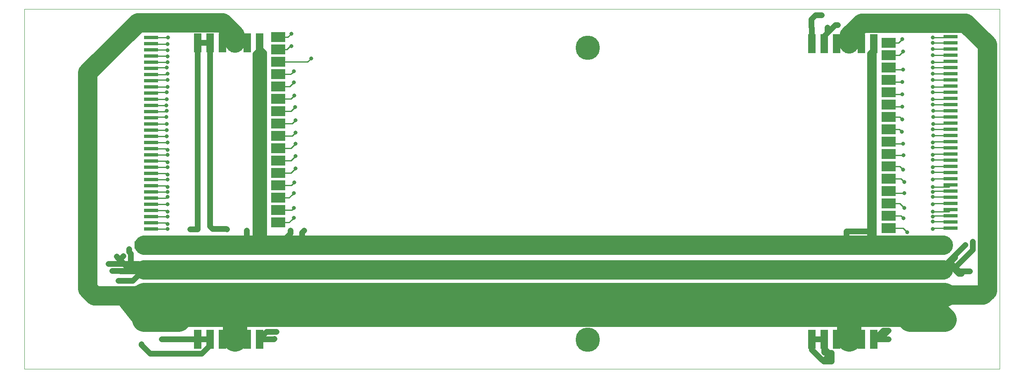
<source format=gbr>
%TF.GenerationSoftware,KiCad,Pcbnew,6.0.0-rc1-unknown-1a22918~65~ubuntu16.04.1*%
%TF.CreationDate,2019-08-07T16:40:55+03:00*%
%TF.ProjectId,BackbonePCB,4261636B626F6E655043422E6B696361,rev?*%
%TF.SameCoordinates,Original*%
%TF.FileFunction,Copper,L1,Top,Signal*%
%TF.FilePolarity,Positive*%
%FSLAX46Y46*%
G04 Gerber Fmt 4.6, Leading zero omitted, Abs format (unit mm)*
G04 Created by KiCad (PCBNEW 6.0.0-rc1-unknown-1a22918~65~ubuntu16.04.1) date Wed Aug  7 16:40:55 2019*
%MOMM*%
%LPD*%
G01*
G04 APERTURE LIST*
%ADD10C,0.050000*%
%ADD11C,5.000000*%
%ADD12R,1.524000X4.000000*%
%ADD13R,3.000000X0.800000*%
%ADD14R,4.000000X1.524000*%
%ADD15R,3.000000X2.000000*%
%ADD16C,0.800000*%
%ADD17C,4.000000*%
%ADD18C,1.200000*%
%ADD19C,0.250000*%
%ADD20C,5.000000*%
%ADD21C,0.254000*%
G04 APERTURE END LIST*
D10*
X18050000Y-19050000D02*
X18050000Y-93050000D01*
X49050000Y-93050000D02*
X18050000Y-93050000D01*
X218050000Y-93050000D02*
X49050000Y-93050000D01*
X218050000Y-19050000D02*
X218050000Y-93050000D01*
X18050000Y-19050000D02*
X218050000Y-19050000D01*
D11*
X133550000Y-27050000D03*
X133550000Y-87050000D03*
D12*
X53610000Y-26050000D03*
X56150000Y-26050000D03*
X58690000Y-26050000D03*
X61230000Y-26050000D03*
X63770000Y-26050000D03*
X66310000Y-26050000D03*
X192294000Y-26162000D03*
X189754000Y-26162000D03*
X187214000Y-26162000D03*
X184674000Y-26162000D03*
X182134000Y-26162000D03*
X179594000Y-26162000D03*
X179569000Y-86995000D03*
X182109000Y-86995000D03*
X184649000Y-86995000D03*
X187189000Y-86995000D03*
X189729000Y-86995000D03*
X192269000Y-86995000D03*
X66285000Y-86995000D03*
X63745000Y-86995000D03*
X61205000Y-86995000D03*
X58665000Y-86995000D03*
X56125000Y-86995000D03*
X53585000Y-86995000D03*
D13*
X208050000Y-24780000D03*
X208050000Y-26050000D03*
X208050000Y-27320000D03*
X208050000Y-28590000D03*
X208050000Y-29860000D03*
X208050000Y-31130000D03*
X208050000Y-32400000D03*
X208050000Y-33670000D03*
X208050000Y-34940000D03*
X208050000Y-36210000D03*
X208050000Y-37480000D03*
X208050000Y-38750000D03*
X208050000Y-40020000D03*
X208050000Y-41290000D03*
X208050000Y-42560000D03*
X208050000Y-43830000D03*
X208050000Y-45100000D03*
X208050000Y-46370000D03*
X208050000Y-47640000D03*
X208050000Y-48910000D03*
X208050000Y-50180000D03*
X208050000Y-51450000D03*
X208050000Y-52720000D03*
X208050000Y-53990000D03*
X208050000Y-55260000D03*
X208050000Y-56530000D03*
X208050000Y-57800000D03*
X208050000Y-59070000D03*
X208050000Y-60340000D03*
X208050000Y-61610000D03*
X208050000Y-62880000D03*
X208050000Y-64150000D03*
X44050000Y-64290000D03*
X44050000Y-63020000D03*
X44050000Y-61750000D03*
X44050000Y-60480000D03*
X44050000Y-59210000D03*
X44050000Y-57940000D03*
X44050000Y-56670000D03*
X44050000Y-55400000D03*
X44050000Y-54130000D03*
X44050000Y-52860000D03*
X44050000Y-51590000D03*
X44050000Y-50320000D03*
X44050000Y-49050000D03*
X44050000Y-47780000D03*
X44050000Y-46510000D03*
X44050000Y-45240000D03*
X44050000Y-43970000D03*
X44050000Y-42700000D03*
X44050000Y-41430000D03*
X44050000Y-40160000D03*
X44050000Y-38890000D03*
X44050000Y-37620000D03*
X44050000Y-36350000D03*
X44050000Y-35080000D03*
X44050000Y-33810000D03*
X44050000Y-32540000D03*
X44050000Y-31270000D03*
X44050000Y-30000000D03*
X44050000Y-28730000D03*
X44050000Y-27460000D03*
X44050000Y-26190000D03*
X44050000Y-24920000D03*
D14*
X42605000Y-82931000D03*
X42605000Y-77851000D03*
X42605000Y-72644000D03*
X42605000Y-67564000D03*
X206747000Y-77851000D03*
X206747000Y-82931000D03*
X206493000Y-67564000D03*
X206493000Y-72644000D03*
D15*
X70120000Y-62940000D03*
X70120000Y-60400000D03*
X70120000Y-57860000D03*
X70120000Y-55320000D03*
X70120000Y-52780000D03*
X70120000Y-50240000D03*
X70120000Y-47700000D03*
X70120000Y-45160000D03*
X70120000Y-42620000D03*
X70120000Y-40080000D03*
X70120000Y-37540000D03*
X70120000Y-35000000D03*
X70120000Y-32460000D03*
X70120000Y-29920000D03*
X70120000Y-27380000D03*
X70120000Y-24840000D03*
X195317000Y-26035000D03*
X195317000Y-28575000D03*
X195317000Y-31115000D03*
X195317000Y-33655000D03*
X195317000Y-36195000D03*
X195317000Y-38735000D03*
X195317000Y-41275000D03*
X195317000Y-43815000D03*
X195317000Y-46355000D03*
X195317000Y-48895000D03*
X195317000Y-51435000D03*
X195317000Y-53975000D03*
X195317000Y-56515000D03*
X195317000Y-59055000D03*
X195317000Y-61595000D03*
X195317000Y-64135000D03*
D16*
X180331000Y-20320000D03*
X211446000Y-69723000D03*
X208906000Y-69723000D03*
X183887000Y-22860000D03*
X209795000Y-68834000D03*
X212589000Y-68580000D03*
X212589000Y-66929000D03*
X211065000Y-67564000D03*
X181601000Y-20320000D03*
X184903000Y-22352000D03*
X182744000Y-22860000D03*
X182236000Y-89789000D03*
X210303000Y-73533000D03*
X211954000Y-73025000D03*
X181982000Y-91567000D03*
X183633000Y-91567000D03*
X183633000Y-89789000D03*
X52061000Y-64389000D03*
X36948000Y-69977000D03*
X38345000Y-69850000D03*
X59554000Y-64389000D03*
X39488000Y-68453000D03*
X53610000Y-64364000D03*
X57522000Y-64262000D03*
X46219000Y-86995000D03*
X37329000Y-74930000D03*
X37710000Y-73025000D03*
X42028000Y-88011000D03*
X35297000Y-71501000D03*
X36059000Y-72898000D03*
X195317000Y-86995000D03*
X186681000Y-64770000D03*
X186427000Y-67564000D03*
X195317000Y-85217000D03*
X189729000Y-64770000D03*
X69333000Y-86868000D03*
X75429000Y-64643000D03*
X72635000Y-64643000D03*
X67682000Y-85471000D03*
X63618000Y-64643000D03*
X63237000Y-67564000D03*
X69732999Y-85471000D03*
X47362000Y-27559000D03*
X204334000Y-27305000D03*
X72762000Y-26670000D03*
X47489000Y-24892000D03*
X204334000Y-24892000D03*
X72762000Y-24130000D03*
X204334000Y-62738000D03*
X73270000Y-61976000D03*
X47357340Y-63241340D03*
X47362000Y-60706000D03*
X204334000Y-60706000D03*
X73270000Y-59944000D03*
X47362000Y-57658000D03*
X204334000Y-57658000D03*
X73270000Y-56896000D03*
X47362000Y-55626000D03*
X204334000Y-55626000D03*
X73397000Y-54736996D03*
X47362000Y-53086000D03*
X204334000Y-52578000D03*
X73651000Y-51816000D03*
X47362000Y-50546000D03*
X204334000Y-50038000D03*
X73651004Y-49276000D03*
X47362000Y-48006000D03*
X204334000Y-47498000D03*
X73651000Y-46736004D03*
X47235000Y-45212000D03*
X204461000Y-45085000D03*
X73650998Y-44450000D03*
X47235000Y-42672000D03*
X204461000Y-42672000D03*
X73651000Y-41910000D03*
X47235000Y-40005000D03*
X204461000Y-40005000D03*
X73524000Y-39243000D03*
X47235000Y-37592000D03*
X204334000Y-37592000D03*
X73397000Y-36830002D03*
X47362000Y-35052000D03*
X204334000Y-35052000D03*
X73270008Y-34163000D03*
X47362000Y-32385000D03*
X204334000Y-32385000D03*
X73270000Y-31840010D03*
X47362000Y-29972000D03*
X204334000Y-29972000D03*
X76826000Y-29210000D03*
X204334000Y-26035000D03*
X47362000Y-26289000D03*
X198111000Y-25273000D03*
X47362000Y-28829000D03*
X204334000Y-28575000D03*
X198238001Y-27813000D03*
X204334000Y-31115000D03*
X47235000Y-31115000D03*
X198238000Y-31496000D03*
X204334000Y-33655000D03*
X47362000Y-33655000D03*
X198111000Y-34036000D03*
X204334000Y-36195000D03*
X47235000Y-36195000D03*
X198111000Y-36576000D03*
X204334000Y-38735000D03*
X47108000Y-38862000D03*
X198111000Y-39116000D03*
X204461000Y-41275000D03*
X47108000Y-41275000D03*
X198111000Y-41783000D03*
X204334000Y-43815000D03*
X47235000Y-43942000D03*
X197984000Y-44323000D03*
X204334000Y-46482000D03*
X47362000Y-46482000D03*
X198238000Y-46736000D03*
X204334000Y-49022000D03*
X47362000Y-49022000D03*
X198365000Y-49149000D03*
X204334000Y-51562000D03*
X47362000Y-51562000D03*
X198238000Y-52070000D03*
X204334000Y-54102000D03*
X47362000Y-54102000D03*
X198492000Y-54610000D03*
X204334000Y-56642000D03*
X47362000Y-56642000D03*
X198492000Y-56896000D03*
X204334000Y-59182000D03*
X47362000Y-59182000D03*
X198492000Y-59944000D03*
X204334000Y-61722000D03*
X47362000Y-61722000D03*
X198365006Y-62070979D03*
X204334000Y-64262000D03*
X47362000Y-64262000D03*
X199127000Y-64964000D03*
D17*
X42605000Y-72644000D02*
X206493000Y-72644000D01*
D18*
X179594000Y-22962000D02*
X179442000Y-22810000D01*
X179594000Y-26162000D02*
X179594000Y-22962000D01*
X179442000Y-22810000D02*
X179442000Y-21209000D01*
X211446000Y-69723000D02*
X208652000Y-72517000D01*
X206620000Y-72517000D02*
X206493000Y-72644000D01*
X208652000Y-72517000D02*
X206620000Y-72517000D01*
X206493000Y-72644000D02*
X206493000Y-72136000D01*
X182134000Y-24613000D02*
X182134000Y-26162000D01*
X208017000Y-70612000D02*
X209795000Y-68834000D01*
X208017000Y-70612000D02*
X208906000Y-69723000D01*
X206493000Y-72136000D02*
X208017000Y-70612000D01*
X208652000Y-72517000D02*
X212589000Y-68580000D01*
X212589000Y-68580000D02*
X212589000Y-66929000D01*
X209795000Y-68834000D02*
X211065000Y-67564000D01*
X180331000Y-20320000D02*
X179442000Y-21209000D01*
X180331000Y-20320000D02*
X181601000Y-20320000D01*
X182871000Y-23876000D02*
X182134000Y-24613000D01*
X184395000Y-22352000D02*
X184903000Y-22352000D01*
X183887000Y-22860000D02*
X184395000Y-22352000D01*
X183887000Y-22860000D02*
X182871000Y-23876000D01*
X182744000Y-23749000D02*
X182871000Y-23876000D01*
X182744000Y-22860000D02*
X182744000Y-23749000D01*
X56125000Y-86995000D02*
X53585000Y-86995000D01*
X179569000Y-86995000D02*
X182109000Y-86995000D01*
X182109000Y-86995000D02*
X182109000Y-89662000D01*
X182109000Y-89662000D02*
X182236000Y-89789000D01*
X209668000Y-73533000D02*
X208652000Y-72517000D01*
X210303000Y-73533000D02*
X209668000Y-73533000D01*
X209160000Y-73025000D02*
X208652000Y-72517000D01*
X211954000Y-73025000D02*
X209160000Y-73025000D01*
X179569000Y-86995000D02*
X179569000Y-89154000D01*
X179569000Y-89154000D02*
X181982000Y-91567000D01*
X208906000Y-70231000D02*
X206493000Y-72644000D01*
X208906000Y-69723000D02*
X208906000Y-70231000D01*
X210303000Y-73533000D02*
X208398000Y-71628000D01*
X207382000Y-72644000D02*
X206493000Y-72644000D01*
X208398000Y-71628000D02*
X207382000Y-72644000D01*
X181982000Y-91567000D02*
X183633000Y-91567000D01*
X182236000Y-89789000D02*
X183633000Y-89789000D01*
X183067315Y-89789000D02*
X183633000Y-89789000D01*
X182109000Y-88830685D02*
X183067315Y-89789000D01*
X182109000Y-86995000D02*
X182109000Y-88830685D01*
X181982000Y-91440000D02*
X183633000Y-89789000D01*
X181982000Y-91567000D02*
X181982000Y-91440000D01*
X183633000Y-91567000D02*
X183633000Y-89789000D01*
X56150000Y-26050000D02*
X53610000Y-26050000D01*
X53610000Y-26050000D02*
X53610000Y-64364000D01*
X53610000Y-64364000D02*
X53585000Y-64389000D01*
X53585000Y-64389000D02*
X52061000Y-64389000D01*
X42478000Y-72517000D02*
X42605000Y-72644000D01*
X39488000Y-72517000D02*
X42478000Y-72517000D01*
X37837000Y-70358000D02*
X38345000Y-69850000D01*
X37837000Y-70866000D02*
X37837000Y-70358000D01*
X37837000Y-70866000D02*
X39488000Y-72517000D01*
X36948000Y-69977000D02*
X37837000Y-70866000D01*
X39488000Y-69018685D02*
X39488000Y-68453000D01*
X39869000Y-69399685D02*
X39488000Y-69018685D01*
X39869000Y-71146000D02*
X39869000Y-69399685D01*
X42605000Y-72644000D02*
X41367000Y-72644000D01*
X41367000Y-72644000D02*
X39869000Y-71146000D01*
X59427000Y-64262000D02*
X59554000Y-64389000D01*
X56150000Y-26050000D02*
X56150000Y-63779000D01*
X56150000Y-63779000D02*
X56633000Y-64262000D01*
X56633000Y-64262000D02*
X57522000Y-64262000D01*
X57522000Y-64262000D02*
X59427000Y-64262000D01*
X53585000Y-86995000D02*
X51623000Y-86995000D01*
X51623000Y-86995000D02*
X46219000Y-86995000D01*
X40319000Y-74930000D02*
X42605000Y-72644000D01*
X37329000Y-74930000D02*
X40319000Y-74930000D01*
X42224000Y-73025000D02*
X42605000Y-72644000D01*
X37710000Y-73025000D02*
X42224000Y-73025000D01*
X56125000Y-88233000D02*
X54442000Y-89916000D01*
X56125000Y-86995000D02*
X56125000Y-88233000D01*
X54442000Y-89916000D02*
X43806000Y-89916000D01*
X43806000Y-89916000D02*
X42028000Y-88138000D01*
X42028000Y-88138000D02*
X42028000Y-88011000D01*
X41462000Y-71501000D02*
X42605000Y-72644000D01*
X35297000Y-71501000D02*
X41462000Y-71501000D01*
X42351000Y-72898000D02*
X42605000Y-72644000D01*
X36059000Y-72898000D02*
X42351000Y-72898000D01*
X66310000Y-67462000D02*
X66412000Y-67564000D01*
X66310000Y-26050000D02*
X66310000Y-67462000D01*
X65396000Y-28321000D02*
X65396000Y-67564000D01*
X66310000Y-27407000D02*
X65396000Y-28321000D01*
X66310000Y-26050000D02*
X66310000Y-27407000D01*
D17*
X65396000Y-67564000D02*
X66412000Y-67564000D01*
D18*
X66310000Y-26050000D02*
X66310000Y-27203000D01*
X66310000Y-27203000D02*
X67174000Y-28067000D01*
X67174000Y-67437000D02*
X67301000Y-67564000D01*
X67174000Y-28067000D02*
X67174000Y-67437000D01*
D17*
X66412000Y-67564000D02*
X67301000Y-67564000D01*
D18*
X192294000Y-27407000D02*
X191507000Y-28194000D01*
X192294000Y-26162000D02*
X192294000Y-27407000D01*
X191507000Y-67183000D02*
X191888000Y-67564000D01*
X192294000Y-26162000D02*
X192294000Y-65507000D01*
D17*
X191888000Y-67564000D02*
X206493000Y-67564000D01*
D18*
X192269000Y-86995000D02*
X194231000Y-86995000D01*
X194231000Y-86995000D02*
X195317000Y-86995000D01*
X191507000Y-64770000D02*
X191507000Y-67183000D01*
X191507000Y-28194000D02*
X191507000Y-64770000D01*
X186681000Y-67310000D02*
X186681000Y-64770000D01*
X186427000Y-67564000D02*
X186681000Y-67310000D01*
D17*
X186427000Y-67564000D02*
X191888000Y-67564000D01*
D18*
X194231000Y-86303000D02*
X195317000Y-85217000D01*
X194231000Y-86995000D02*
X194231000Y-86303000D01*
X192269000Y-86995000D02*
X192269000Y-86868000D01*
X191507000Y-64770000D02*
X189729000Y-64770000D01*
X189729000Y-64770000D02*
X186681000Y-64770000D01*
X66285000Y-86995000D02*
X69206000Y-86995000D01*
X69206000Y-86995000D02*
X69333000Y-86868000D01*
X75029001Y-67291001D02*
X75302000Y-67564000D01*
X75029001Y-65042999D02*
X75029001Y-67291001D01*
X75429000Y-64643000D02*
X75029001Y-65042999D01*
D17*
X75302000Y-67564000D02*
X186427000Y-67564000D01*
D18*
X71873000Y-65970685D02*
X71873000Y-67564000D01*
X72635000Y-65208685D02*
X71873000Y-65970685D01*
X72635000Y-64643000D02*
X72635000Y-65208685D01*
D17*
X67301000Y-67564000D02*
X71873000Y-67564000D01*
X71873000Y-67564000D02*
X75302000Y-67564000D01*
D18*
X66285000Y-86995000D02*
X66285000Y-86868000D01*
X66285000Y-86868000D02*
X67682000Y-85471000D01*
X63618000Y-65786000D02*
X65396000Y-67564000D01*
X63618000Y-64643000D02*
X63618000Y-65786000D01*
D17*
X42605000Y-67564000D02*
X63237000Y-67564000D01*
X63237000Y-67564000D02*
X65396000Y-67564000D01*
D18*
X67682000Y-85471000D02*
X69732999Y-85471000D01*
X192396000Y-86995000D02*
X192269000Y-86995000D01*
X195317000Y-85217000D02*
X194174000Y-85217000D01*
X194174000Y-85217000D02*
X192396000Y-86995000D01*
D19*
X44050000Y-27460000D02*
X47263000Y-27460000D01*
X47263000Y-27460000D02*
X47362000Y-27559000D01*
X208035000Y-27305000D02*
X208050000Y-27320000D01*
X204334000Y-27305000D02*
X208035000Y-27305000D01*
X72580000Y-26670000D02*
X72762000Y-26670000D01*
X70120000Y-27380000D02*
X71870000Y-27380000D01*
X71870000Y-27380000D02*
X72580000Y-26670000D01*
X44050000Y-24920000D02*
X46699000Y-24920000D01*
X46699000Y-24920000D02*
X46727000Y-24892000D01*
X46727000Y-24892000D02*
X47489000Y-24892000D01*
X207938000Y-24892000D02*
X208050000Y-24780000D01*
X204334000Y-24892000D02*
X207938000Y-24892000D01*
X70120000Y-24840000D02*
X72052000Y-24840000D01*
X72052000Y-24840000D02*
X72762000Y-24130000D01*
D20*
X49605000Y-82931000D02*
X42605000Y-82931000D01*
X50686001Y-81849999D02*
X49605000Y-82931000D01*
X199747000Y-82931000D02*
X198665999Y-81849999D01*
X206747000Y-82931000D02*
X199747000Y-82931000D01*
X42605000Y-77851000D02*
X206747000Y-77851000D01*
X206747000Y-77851000D02*
X204842000Y-77851000D01*
X204842000Y-77851000D02*
X202302000Y-80391000D01*
X204207000Y-80391000D02*
X206747000Y-82931000D01*
X202302000Y-80391000D02*
X204207000Y-80391000D01*
X42605000Y-82931000D02*
X45838000Y-82931000D01*
X45838000Y-82931000D02*
X48378000Y-80391000D01*
X45838000Y-77851000D02*
X42605000Y-77851000D01*
X48378000Y-80391000D02*
X45838000Y-77851000D01*
X61205000Y-82103999D02*
X60951000Y-81849999D01*
X61205000Y-86995000D02*
X61205000Y-82103999D01*
X60951000Y-81849999D02*
X50686001Y-81849999D01*
X187189000Y-82484999D02*
X187824000Y-81849999D01*
X187189000Y-86995000D02*
X187189000Y-82484999D01*
X198665999Y-81849999D02*
X187824000Y-81849999D01*
X187824000Y-81849999D02*
X60951000Y-81849999D01*
D17*
X41367000Y-77851000D02*
X42605000Y-77851000D01*
X41240000Y-77978000D02*
X41367000Y-77851000D01*
X61230000Y-26050000D02*
X61230000Y-24407998D01*
X32376000Y-77978000D02*
X41240000Y-77978000D01*
X58672001Y-21849999D02*
X41259999Y-21849999D01*
X41259999Y-21849999D02*
X30979000Y-32130998D01*
X61230000Y-24407998D02*
X58672001Y-21849999D01*
X30979000Y-32130998D02*
X30979000Y-76581000D01*
X30979000Y-76581000D02*
X32376000Y-77978000D01*
X214621000Y-77851000D02*
X206747000Y-77851000D01*
X187214000Y-26162000D02*
X187214000Y-24519998D01*
X189771999Y-21961999D02*
X211092001Y-21961999D01*
X211092001Y-21961999D02*
X215510000Y-26379998D01*
X187214000Y-24519998D02*
X189771999Y-21961999D01*
X215510000Y-26379998D02*
X215510000Y-76962000D01*
X215510000Y-76962000D02*
X214621000Y-77851000D01*
D18*
X184649000Y-86995000D02*
X187189000Y-86995000D01*
X187189000Y-86995000D02*
X189729000Y-86995000D01*
X61205000Y-86995000D02*
X58665000Y-86995000D01*
X61205000Y-86995000D02*
X63745000Y-86995000D01*
X187214000Y-26162000D02*
X189754000Y-26162000D01*
X187214000Y-26162000D02*
X184674000Y-26162000D01*
X61230000Y-26050000D02*
X58690000Y-26050000D01*
X61230000Y-26050000D02*
X63770000Y-26050000D01*
D19*
X207908000Y-62738000D02*
X208050000Y-62880000D01*
X204334000Y-62738000D02*
X207908000Y-62738000D01*
X70120000Y-62940000D02*
X72306000Y-62940000D01*
X72306000Y-62940000D02*
X72870001Y-62375999D01*
X72870001Y-62375999D02*
X73270000Y-61976000D01*
X47136000Y-63020000D02*
X47357340Y-63241340D01*
X44050000Y-63020000D02*
X47136000Y-63020000D01*
X44050000Y-60480000D02*
X47136000Y-60480000D01*
X47136000Y-60480000D02*
X47362000Y-60706000D01*
X207684000Y-60706000D02*
X208050000Y-60340000D01*
X204334000Y-60706000D02*
X207684000Y-60706000D01*
X72870001Y-60343999D02*
X73270000Y-59944000D01*
X70120000Y-60400000D02*
X72814000Y-60400000D01*
X72814000Y-60400000D02*
X72870001Y-60343999D01*
X44050000Y-57940000D02*
X47080000Y-57940000D01*
X47080000Y-57940000D02*
X47362000Y-57658000D01*
X207908000Y-57658000D02*
X208050000Y-57800000D01*
X204334000Y-57658000D02*
X207908000Y-57658000D01*
X70120000Y-57860000D02*
X72306000Y-57860000D01*
X72870001Y-57295999D02*
X73270000Y-56896000D01*
X72306000Y-57860000D02*
X72870001Y-57295999D01*
X44050000Y-55400000D02*
X47136000Y-55400000D01*
X47136000Y-55400000D02*
X47362000Y-55626000D01*
X207684000Y-55626000D02*
X208050000Y-55260000D01*
X204334000Y-55626000D02*
X207684000Y-55626000D01*
X72813996Y-55320000D02*
X72997001Y-55136995D01*
X72997001Y-55136995D02*
X73397000Y-54736996D01*
X70120000Y-55320000D02*
X72813996Y-55320000D01*
X44050000Y-52860000D02*
X47136000Y-52860000D01*
X47136000Y-52860000D02*
X47362000Y-53086000D01*
X207908000Y-52578000D02*
X208050000Y-52720000D01*
X204334000Y-52578000D02*
X207908000Y-52578000D01*
X72687000Y-52780000D02*
X73251001Y-52215999D01*
X70120000Y-52780000D02*
X72687000Y-52780000D01*
X73251001Y-52215999D02*
X73651000Y-51816000D01*
X44050000Y-50320000D02*
X47136000Y-50320000D01*
X47136000Y-50320000D02*
X47362000Y-50546000D01*
X207908000Y-50038000D02*
X208050000Y-50180000D01*
X204334000Y-50038000D02*
X207908000Y-50038000D01*
X70120000Y-50240000D02*
X72687004Y-50240000D01*
X72687004Y-50240000D02*
X73251005Y-49675999D01*
X73251005Y-49675999D02*
X73651004Y-49276000D01*
X44050000Y-47780000D02*
X47136000Y-47780000D01*
X47136000Y-47780000D02*
X47362000Y-48006000D01*
X207908000Y-47498000D02*
X208050000Y-47640000D01*
X204334000Y-47498000D02*
X207908000Y-47498000D01*
X70120000Y-47700000D02*
X72687004Y-47700000D01*
X72687004Y-47700000D02*
X73251001Y-47136003D01*
X73251001Y-47136003D02*
X73651000Y-46736004D01*
X44050000Y-45240000D02*
X47207000Y-45240000D01*
X47207000Y-45240000D02*
X47235000Y-45212000D01*
X208035000Y-45085000D02*
X208050000Y-45100000D01*
X204461000Y-45085000D02*
X208035000Y-45085000D01*
X72940998Y-45160000D02*
X73250999Y-44849999D01*
X70120000Y-45160000D02*
X72940998Y-45160000D01*
X73250999Y-44849999D02*
X73650998Y-44450000D01*
X44050000Y-42700000D02*
X47207000Y-42700000D01*
X47207000Y-42700000D02*
X47235000Y-42672000D01*
X207938000Y-42672000D02*
X208050000Y-42560000D01*
X204461000Y-42672000D02*
X207938000Y-42672000D01*
X73251001Y-42309999D02*
X73651000Y-41910000D01*
X72941000Y-42620000D02*
X73251001Y-42309999D01*
X70120000Y-42620000D02*
X72941000Y-42620000D01*
X44050000Y-40160000D02*
X47080000Y-40160000D01*
X47080000Y-40160000D02*
X47235000Y-40005000D01*
X208035000Y-40005000D02*
X208050000Y-40020000D01*
X204461000Y-40005000D02*
X208035000Y-40005000D01*
X70120000Y-40080000D02*
X72687000Y-40080000D01*
X73124001Y-39642999D02*
X73524000Y-39243000D01*
X72687000Y-40080000D02*
X73124001Y-39642999D01*
X44050000Y-37620000D02*
X47207000Y-37620000D01*
X47207000Y-37620000D02*
X47235000Y-37592000D01*
X207938000Y-37592000D02*
X208050000Y-37480000D01*
X204334000Y-37592000D02*
X207938000Y-37592000D01*
X72997001Y-37230001D02*
X73397000Y-36830002D01*
X72687002Y-37540000D02*
X72997001Y-37230001D01*
X70120000Y-37540000D02*
X72687002Y-37540000D01*
X44050000Y-35080000D02*
X47334000Y-35080000D01*
X47334000Y-35080000D02*
X47362000Y-35052000D01*
X207938000Y-35052000D02*
X208050000Y-34940000D01*
X204334000Y-35052000D02*
X207938000Y-35052000D01*
X70120000Y-35000000D02*
X72433008Y-35000000D01*
X72433008Y-35000000D02*
X72870009Y-34562999D01*
X72870009Y-34562999D02*
X73270008Y-34163000D01*
X44050000Y-32540000D02*
X47207000Y-32540000D01*
X47207000Y-32540000D02*
X47362000Y-32385000D01*
X208035000Y-32385000D02*
X208050000Y-32400000D01*
X204334000Y-32385000D02*
X208035000Y-32385000D01*
X72650010Y-32460000D02*
X72870001Y-32240009D01*
X72870001Y-32240009D02*
X73270000Y-31840010D01*
X70120000Y-32460000D02*
X72650010Y-32460000D01*
X44050000Y-30000000D02*
X47334000Y-30000000D01*
X47334000Y-30000000D02*
X47362000Y-29972000D01*
X207938000Y-29972000D02*
X208050000Y-29860000D01*
X204334000Y-29972000D02*
X207938000Y-29972000D01*
X70120000Y-29920000D02*
X76116000Y-29920000D01*
X76116000Y-29920000D02*
X76826000Y-29210000D01*
X208050000Y-26050000D02*
X204349000Y-26050000D01*
X204349000Y-26050000D02*
X204334000Y-26035000D01*
X44149000Y-26289000D02*
X44050000Y-26190000D01*
X47362000Y-26289000D02*
X44149000Y-26289000D01*
X197711001Y-25672999D02*
X198111000Y-25273000D01*
X197349000Y-26035000D02*
X197711001Y-25672999D01*
X195317000Y-26035000D02*
X197349000Y-26035000D01*
X44050000Y-28730000D02*
X47263000Y-28730000D01*
X47263000Y-28730000D02*
X47362000Y-28829000D01*
X208035000Y-28575000D02*
X208050000Y-28590000D01*
X204334000Y-28575000D02*
X208035000Y-28575000D01*
X195317000Y-28575000D02*
X197476001Y-28575000D01*
X197838002Y-28212999D02*
X198238001Y-27813000D01*
X197476001Y-28575000D02*
X197838002Y-28212999D01*
X208050000Y-31130000D02*
X204349000Y-31130000D01*
X204349000Y-31130000D02*
X204334000Y-31115000D01*
X44205000Y-31115000D02*
X44050000Y-31270000D01*
X47235000Y-31115000D02*
X44205000Y-31115000D01*
X195698000Y-31496000D02*
X195317000Y-31115000D01*
X198238000Y-31496000D02*
X195698000Y-31496000D01*
X208050000Y-33670000D02*
X204349000Y-33670000D01*
X204349000Y-33670000D02*
X204334000Y-33655000D01*
X44205000Y-33655000D02*
X44050000Y-33810000D01*
X47362000Y-33655000D02*
X44205000Y-33655000D01*
X195698000Y-34036000D02*
X195317000Y-33655000D01*
X198111000Y-34036000D02*
X195698000Y-34036000D01*
X208050000Y-36210000D02*
X204349000Y-36210000D01*
X204349000Y-36210000D02*
X204334000Y-36195000D01*
X44205000Y-36195000D02*
X44050000Y-36350000D01*
X47235000Y-36195000D02*
X44205000Y-36195000D01*
X195698000Y-36576000D02*
X195317000Y-36195000D01*
X198111000Y-36576000D02*
X195698000Y-36576000D01*
X208050000Y-38750000D02*
X204349000Y-38750000D01*
X204349000Y-38750000D02*
X204334000Y-38735000D01*
X44078000Y-38862000D02*
X44050000Y-38890000D01*
X47108000Y-38862000D02*
X44078000Y-38862000D01*
X195698000Y-39116000D02*
X195317000Y-38735000D01*
X198111000Y-39116000D02*
X195698000Y-39116000D01*
X208050000Y-41290000D02*
X204476000Y-41290000D01*
X204476000Y-41290000D02*
X204461000Y-41275000D01*
X44205000Y-41275000D02*
X44050000Y-41430000D01*
X47108000Y-41275000D02*
X44205000Y-41275000D01*
X197603000Y-41275000D02*
X195317000Y-41275000D01*
X198111000Y-41783000D02*
X197603000Y-41275000D01*
X208050000Y-43830000D02*
X204349000Y-43830000D01*
X204349000Y-43830000D02*
X204334000Y-43815000D01*
X44078000Y-43942000D02*
X44050000Y-43970000D01*
X47235000Y-43942000D02*
X44078000Y-43942000D01*
X197476000Y-43815000D02*
X195317000Y-43815000D01*
X197984000Y-44323000D02*
X197476000Y-43815000D01*
X208050000Y-46370000D02*
X204446000Y-46370000D01*
X204446000Y-46370000D02*
X204334000Y-46482000D01*
X44078000Y-46482000D02*
X44050000Y-46510000D01*
X47362000Y-46482000D02*
X44078000Y-46482000D01*
X195698000Y-46736000D02*
X195317000Y-46355000D01*
X198238000Y-46736000D02*
X195698000Y-46736000D01*
X208050000Y-48910000D02*
X204446000Y-48910000D01*
X204446000Y-48910000D02*
X204334000Y-49022000D01*
X44078000Y-49022000D02*
X44050000Y-49050000D01*
X47362000Y-49022000D02*
X44078000Y-49022000D01*
X195571000Y-49149000D02*
X195317000Y-48895000D01*
X198365000Y-49149000D02*
X195571000Y-49149000D01*
X208050000Y-51450000D02*
X204446000Y-51450000D01*
X204446000Y-51450000D02*
X204334000Y-51562000D01*
X44078000Y-51562000D02*
X44050000Y-51590000D01*
X47362000Y-51562000D02*
X44078000Y-51562000D01*
X195317000Y-51435000D02*
X197603000Y-51435000D01*
X197603000Y-51435000D02*
X197838001Y-51670001D01*
X197838001Y-51670001D02*
X198238000Y-52070000D01*
X208050000Y-53990000D02*
X204446000Y-53990000D01*
X204446000Y-53990000D02*
X204334000Y-54102000D01*
X44078000Y-54102000D02*
X44050000Y-54130000D01*
X47362000Y-54102000D02*
X44078000Y-54102000D01*
X197857000Y-53975000D02*
X195317000Y-53975000D01*
X198492000Y-54610000D02*
X197857000Y-53975000D01*
X208050000Y-56530000D02*
X204446000Y-56530000D01*
X204446000Y-56530000D02*
X204334000Y-56642000D01*
X44078000Y-56642000D02*
X44050000Y-56670000D01*
X47362000Y-56642000D02*
X44078000Y-56642000D01*
X195698000Y-56896000D02*
X195317000Y-56515000D01*
X198492000Y-56896000D02*
X195698000Y-56896000D01*
X208050000Y-59070000D02*
X204446000Y-59070000D01*
X204446000Y-59070000D02*
X204334000Y-59182000D01*
X44078000Y-59182000D02*
X44050000Y-59210000D01*
X47362000Y-59182000D02*
X44078000Y-59182000D01*
X197603000Y-59055000D02*
X195317000Y-59055000D01*
X198492000Y-59944000D02*
X197603000Y-59055000D01*
X208050000Y-61610000D02*
X204446000Y-61610000D01*
X204446000Y-61610000D02*
X204334000Y-61722000D01*
X44078000Y-61722000D02*
X44050000Y-61750000D01*
X47362000Y-61722000D02*
X44078000Y-61722000D01*
X195317000Y-61595000D02*
X197889027Y-61595000D01*
X197889027Y-61595000D02*
X197965007Y-61670980D01*
X197965007Y-61670980D02*
X198365006Y-62070979D01*
X208050000Y-64150000D02*
X204446000Y-64150000D01*
X204446000Y-64150000D02*
X204334000Y-64262000D01*
X44078000Y-64262000D02*
X44050000Y-64290000D01*
X47362000Y-64262000D02*
X44078000Y-64262000D01*
X198298000Y-64135000D02*
X195317000Y-64135000D01*
X199127000Y-64964000D02*
X198298000Y-64135000D01*
D21*
G36*
X48890354Y-84423000D02*
X41111039Y-84423000D01*
X37288063Y-79644281D01*
X47452482Y-78192221D01*
X48890354Y-84423000D01*
X48890354Y-84423000D01*
G37*
X48890354Y-84423000D02*
X41111039Y-84423000D01*
X37288063Y-79644281D01*
X47452482Y-78192221D01*
X48890354Y-84423000D01*
M02*

</source>
